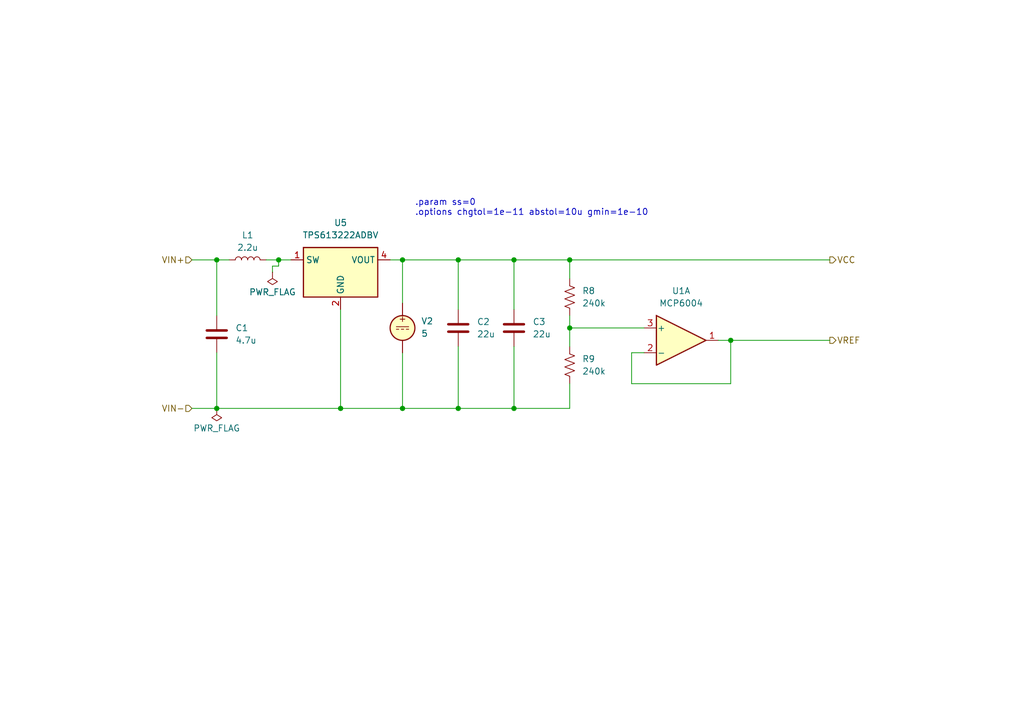
<source format=kicad_sch>
(kicad_sch (version 20250114) (generator "eeschema") (generator_version "9.0")
  (paper "A5")
  (title_block (title "EL223FP4L1") (date "2025-05-08") (rev "1") (company "Boles & Walker") (comment 1 "5V, 2.5V Rail Generator"))
  (lib_symbols
    (symbol "Amplifier_Operational:MCP6004" (pin_names (offset 0.127))
      (property "Reference" "U" (at 0 5.08 0))
      (property "Value" "MCP6004" (at 0 -5.08 0))
      (symbol "MCP6004_1_1"
        (polyline (pts (xy -5.08 5.08) (xy 5.08 0) (xy -5.08 -5.08) (xy -5.08 5.08)) (stroke (width 0.254)) (fill (type background)))
        (pin input line (at -7.62 2.54 0) (length 2.54) (name "+") (number "3"))
        (pin input line (at -7.62 -2.54 0) (length 2.54) (name "-") (number "2"))
        (pin output line (at 7.62 0 180) (length 2.54) (name "~") (number "1"))
      )
      (symbol "MCP6004_2_1"
        (polyline (pts (xy -5.08 5.08) (xy 5.08 0) (xy -5.08 -5.08) (xy -5.08 5.08)) (stroke (width 0.254)) (fill (type background)))
        (pin input line (at -7.62 2.54 0) (length 2.54) (name "+") (number "5"))
        (pin input line (at -7.62 -2.54 0) (length 2.54) (name "-") (number "6"))
        (pin output line (at 7.62 0 180) (length 2.54) (name "~") (number "7"))
      )
      (symbol "MCP6004_3_1"
        (polyline (pts (xy -5.08 5.08) (xy 5.08 0) (xy -5.08 -5.08) (xy -5.08 5.08)) (stroke (width 0.254)) (fill (type background)))
        (pin input line (at -7.62 2.54 0) (length 2.54) (name "+") (number "10"))
        (pin input line (at -7.62 -2.54 0) (length 2.54) (name "-") (number "9"))
        (pin output line (at 7.62 0 180) (length 2.54) (name "~") (number "8"))
      )
      (symbol "MCP6004_4_1"
        (polyline (pts (xy -5.08 5.08) (xy 5.08 0) (xy -5.08 -5.08) (xy -5.08 5.08)) (stroke (width 0.254)) (fill (type background)))
        (pin input line (at -7.62 2.54 0) (length 2.54) (name "+") (number "12"))
        (pin input line (at -7.62 -2.54 0) (length 2.54) (name "-") (number "13"))
        (pin output line (at 7.62 0 180) (length 2.54) (name "~") (number "14"))
      )
      (symbol "MCP6004_5_1"
        (pin power_in line (at -2.54 7.62 270) (length 3.81) (name "V+") (number "4"))
        (pin power_in line (at -2.54 -7.62 90) (length 3.81) (name "V-") (number "11"))
      )
    )
    (symbol "Device:C" (pin_numbers (hide yes)) (pin_names (offset 0.254))
      (property "Reference" "C" (at 0.635 2.54 0))
      (property "Value" "C" (at 0.635 -2.54 0))
      (symbol "C_0_1"
        (polyline (pts (xy -2.032 0.762) (xy 2.032 0.762)) (stroke (width 0.508)))
        (polyline (pts (xy -2.032 -0.762) (xy 2.032 -0.762)) (stroke (width 0.508)))
      )
      (symbol "C_1_1"
        (pin passive line (at 0 3.81 270) (length 2.794) (name "~") (number "1"))
        (pin passive line (at 0 -3.81 90) (length 2.794) (name "~") (number "2"))
      )
    )
    (symbol "Device:L" (pin_numbers (hide yes)) (pin_names (offset 1.016) (hide yes))
      (property "Reference" "L" (at -1.27 0 90))
      (property "Value" "L" (at 1.905 0 90))
      (symbol "L_0_1"
        (arc (start 0 2.54) (mid 0.6323 1.905) (end 0 1.27))
        (arc (start 0 1.27) (mid 0.6323 0.635) (end 0 0))
        (arc (start 0 0) (mid 0.6323 -0.635) (end 0 -1.27))
        (arc (start 0 -1.27) (mid 0.6323 -1.905) (end 0 -2.54))
      )
      (symbol "L_1_1"
        (pin passive line (at 0 3.81 270) (length 1.27) (name "1") (number "1"))
        (pin passive line (at 0 -3.81 90) (length 1.27) (name "2") (number "2"))
      )
    )
    (symbol "Device:R_US" (pin_numbers (hide yes)) (pin_names (offset 0))
      (property "Reference" "R" (at 2.54 0 90))
      (property "Value" "R_US" (at -2.54 0 90))
      (symbol "R_US_0_1"
        (polyline (pts (xy 0 2.286) (xy 0 2.54)))
        (polyline (pts (xy 0 2.286) (xy 1.016 1.905) (xy 0 1.524) (xy -1.016 1.143) (xy 0 0.762)))
        (polyline (pts (xy 0 0.762) (xy 1.016 0.381) (xy 0 0) (xy -1.016 -0.381) (xy 0 -0.762)))
        (polyline (pts (xy 0 -0.762) (xy 1.016 -1.143) (xy 0 -1.524) (xy -1.016 -1.905) (xy 0 -2.286)))
        (polyline (pts (xy 0 -2.286) (xy 0 -2.54)))
      )
      (symbol "R_US_1_1"
        (pin passive line (at 0 3.81 270) (length 1.27) (name "~") (number "1"))
        (pin passive line (at 0 -3.81 90) (length 1.27) (name "~") (number "2"))
      )
    )
    (symbol "Regulator_Switching:TPS613222ADBV"
      (property "Reference" "U" (at -7.62 6.35 0))
      (property "Value" "TPS613222ADBV" (at 2.54 6.35 0))
      (symbol "TPS613222ADBV_0_1"
        (rectangle (start -7.62 5.08) (end 7.62 -5.08) (stroke (width 0.254)) (fill (type background)))
      )
      (symbol "TPS613222ADBV_1_1"
        (pin power_in line (at -10.16 2.54 0) (length 2.54) (name "SW") (number "1"))
        (pin no_connect line (at -7.62 -2.54 0) (length 2.54) (hide yes) (name "NC") (number "3"))
        (pin power_in line (at 0 -7.62 90) (length 2.54) (name "GND") (number "2"))
        (pin no_connect line (at 7.62 -2.54 180) (length 2.54) (hide yes) (name "NC") (number "5"))
        (pin power_out line (at 10.16 2.54 180) (length 2.54) (name "VOUT") (number "4"))
      )
    )
    (symbol "Simulation_SPICE:VDC" (pin_numbers (hide yes)) (pin_names (offset 0.0254))
      (property "Reference" "V" (at 2.54 2.54 0))
      (property "Value" "1" (at 2.54 0 0))
      (symbol "VDC_0_0"
        (polyline (pts (xy -1.27 0.254) (xy 1.27 0.254)))
        (polyline (pts (xy -0.762 -0.254) (xy -1.27 -0.254)))
        (polyline (pts (xy 0.254 -0.254) (xy -0.254 -0.254)))
        (polyline (pts (xy 1.27 -0.254) (xy 0.762 -0.254)))
        (text "+" (at 0 1.905 0) (effects (font (size 1.27 1.27))))
      )
      (symbol "VDC_0_1"
        (circle (center 0 0) (radius 2.54) (stroke (width 0.254)) (fill (type background)))
      )
      (symbol "VDC_1_1"
        (pin passive line (at 0 5.08 270) (length 2.54) (name "~") (number "1"))
        (pin passive line (at 0 -5.08 90) (length 2.54) (name "~") (number "2"))
      )
    )
    (symbol "power:PWR_FLAG" (power) (pin_numbers (hide yes)) (pin_names (offset 0) (hide yes))
      (property "Value" "PWR_FLAG" (at 0 3.81 0))
      (symbol "PWR_FLAG_0_0"
        (pin power_out line (at 0 0 90) (length 0) (name "~") (number "1"))
      )
      (symbol "PWR_FLAG_0_1"
        (polyline (pts (xy 0 0) (xy 0 1.27) (xy -1.016 1.905) (xy 0 2.54) (xy 1.016 1.905) (xy 0 1.27)))
      )
    )
  )
  (text ".param ss=0\n.options chgtol=1e-11 abstol=10u gmin=1e-10" (at 85.09 42.672 0) (effects (font (size 1.27 1.27)) (justify left)))
  (junction (at 82.55 53.34))
  (junction (at 105.41 83.82))
  (junction (at 44.45 53.34))
  (junction (at 93.98 53.34))
  (junction (at 116.84 67.31))
  (junction (at 57.15 53.34))
  (junction (at 149.86 69.85))
  (junction (at 93.98 83.82))
  (junction (at 116.84 53.34))
  (junction (at 69.85 83.82))
  (junction (at 44.45 83.82))
  (junction (at 105.41 53.34))
  (junction (at 82.55 83.82))
  (wire (pts (xy 57.15 54.61) (xy 57.15 53.34)))
  (wire (pts (xy 147.32 69.85) (xy 149.86 69.85)))
  (wire (pts (xy 46.99 53.34) (xy 44.45 53.34)))
  (wire (pts (xy 44.45 83.82) (xy 39.37 83.82)))
  (wire (pts (xy 44.45 72.39) (xy 44.45 83.82)))
  (wire (pts (xy 93.98 53.34) (xy 105.41 53.34)))
  (wire (pts (xy 105.41 53.34) (xy 116.84 53.34)))
  (wire (pts (xy 80.01 53.34) (xy 82.55 53.34)))
  (wire (pts (xy 116.84 67.31) (xy 116.84 71.12)))
  (wire (pts (xy 149.86 69.85) (xy 170.18 69.85)))
  (wire (pts (xy 116.84 53.34) (xy 116.84 57.15)))
  (wire (pts (xy 116.84 53.34) (xy 170.18 53.34)))
  (wire (pts (xy 82.55 53.34) (xy 93.98 53.34)))
  (wire (pts (xy 149.86 69.85) (xy 149.86 78.74)))
  (wire (pts (xy 54.61 53.34) (xy 57.15 53.34)))
  (wire (pts (xy 82.55 72.39) (xy 82.55 83.82)))
  (wire (pts (xy 82.55 53.34) (xy 82.55 62.23)))
  (wire (pts (xy 105.41 53.34) (xy 105.41 63.5)))
  (wire (pts (xy 116.84 67.31) (xy 132.08 67.31)))
  (wire (pts (xy 116.84 78.74) (xy 116.84 83.82)))
  (wire (pts (xy 55.88 55.88) (xy 55.88 54.61)))
  (wire (pts (xy 57.15 53.34) (xy 59.69 53.34)))
  (wire (pts (xy 105.41 83.82) (xy 116.84 83.82)))
  (wire (pts (xy 116.84 64.77) (xy 116.84 67.31)))
  (wire (pts (xy 129.54 78.74) (xy 129.54 72.39)))
  (wire (pts (xy 39.37 53.34) (xy 44.45 53.34)))
  (wire (pts (xy 44.45 53.34) (xy 44.45 64.77)))
  (wire (pts (xy 69.85 83.82) (xy 82.55 83.82)))
  (wire (pts (xy 93.98 83.82) (xy 105.41 83.82)))
  (wire (pts (xy 82.55 83.82) (xy 93.98 83.82)))
  (wire (pts (xy 44.45 83.82) (xy 69.85 83.82)))
  (wire (pts (xy 55.88 54.61) (xy 57.15 54.61)))
  (wire (pts (xy 69.85 63.5) (xy 69.85 83.82)))
  (wire (pts (xy 129.54 72.39) (xy 132.08 72.39)))
  (wire (pts (xy 93.98 53.34) (xy 93.98 63.5)))
  (wire (pts (xy 105.41 71.12) (xy 105.41 83.82)))
  (wire (pts (xy 149.86 78.74) (xy 129.54 78.74)))
  (wire (pts (xy 93.98 71.12) (xy 93.98 83.82)))
  (hierarchical_label "VIN+" (shape input) (at 39.37 53.34 180))
  (hierarchical_label "VIN-" (shape input) (at 39.37 83.82 180))
  (hierarchical_label "VREF" (shape output) (at 170.18 69.85 0))
  (hierarchical_label "VCC" (shape output) (at 170.18 53.34 0))
  (symbol (lib_id "Amplifier_Operational:MCP6004") (at 139.7 69.85 0) (unit 1)
    (property "Reference" "U1" (at 139.7 59.69 0))
    (property "Value" "MCP6004" (at 139.7 62.23 0))
    (property "Footprint" "Package_SO:SOIC-14_3.9x8.7mm_P1.27mm" (effects (hide yes)))
    (property "Datasheet" "https://ww1.microchip.com/downloads/aemDocuments/documents/MSLD/ProductDocuments/DataSheets/MCP6001-1R-1U-2-4-1-MHz-Low-Power-Op-Amp-DS20001733L.pdf" (effects (hide yes)))
    (property "Description" "1MHz, Low-Power Op Amp, DIP-14/SOIC-14/TSSOP-14" (effects (hide yes)))
    (property "Sim.Library" "MCP6001.lib" (effects (hide yes)))
    (property "Sim.Name" "MCP6004" (effects (hide yes)))
    (property "Sim.Device" "SUBCKT" (effects (hide yes)))
    (property "Sim.Pins" "1=OUTA 2=A- 3=A+ 4=VDD 5=B+ 6=B- 7=OUTB 8=OUTC 9=C- 10=C+ 11=VSS 12=D+ 13=D- 14=OUTD" (effects (hide yes)))
    (property "Part" "MCP6004-I/SL" (effects (hide yes)))
  )
  (symbol (lib_id "power:PWR_FLAG") (at 55.88 55.88 180) (unit 1)
    (property "Reference" "#FLG02" (effects (hide yes)))
    (property "Value" "PWR_FLAG" (at 55.88 59.944 0))
    (property "Description" "Special symbol for telling ERC where power comes from" (effects (hide yes)))
  )
  (symbol (lib_id "Device:R_US") (at 116.84 74.93 0) (unit 1)
    (property "Reference" "R9" (at 119.38 73.6599 0) (effects (justify left)))
    (property "Value" "240k" (at 119.38 76.1999 0) (effects (justify left)))
    (property "Footprint" "Resistor_SMD:R_0805_2012Metric_Pad1.20x1.40mm_HandSolder" (effects (hide yes)))
    (property "Description" "Resistor, US symbol" (effects (hide yes)))
  )
  (symbol (lib_id "Device:L") (at 50.8 53.34 270) (mirror x) (unit 1)
    (property "Reference" "L1" (at 50.8 48.26 90))
    (property "Value" "2.2u" (at 50.8 50.8 90))
    (property "Footprint" "Inductor_SMD:L_0805_2012Metric_Pad1.05x1.20mm_HandSolder" (effects (hide yes)))
    (property "Datasheet" "https://product.tdk.com/system/files/dam/doc/product/inductor/inductor/smd/catalog/inductor_commercial_decoupling_mlz2012_en.pdf" (effects (hide yes)))
    (property "Description" "Inductor" (effects (hide yes)))
    (property "Sim.Device" "SUBCKT" (effects (hide yes)))
    (property "Sim.Pins" "1=port1 2=port2" (effects (hide yes)))
    (property "Sim.Library" "DFE201612E-2R2M.mod" (effects (hide yes)))
    (property "Sim.Name" "DFE201612E-2R2M" (effects (hide yes)))
    (property "Part" "MLZ2012N2R2LT000" (effects (hide yes)))
  )
  (symbol (lib_id "Device:C") (at 105.41 67.31 0) (unit 1)
    (property "Reference" "C3" (at 109.22 66.0399 0) (effects (justify left)))
    (property "Value" "22u" (at 109.22 68.5799 0) (effects (justify left)))
    (property "Footprint" "Capacitor_SMD:C_0805_2012Metric_Pad1.18x1.45mm_HandSolder" (effects (hide yes)))
    (property "Datasheet" "https://static6.arrow.com/aropdfconversion/21199a74879199a3d8ef73fe7d9ef4f54e42a05d/cx5rkgm.pdf" (effects (hide yes)))
    (property "Description" "Unpolarized capacitor" (effects (hide yes)))
    (property "Sim.Device" "SUBCKT" (effects (hide yes)))
    (property "Sim.Pins" "1=+ 2=-" (effects (hide yes)))
    (property "Sim.Library" "RC.lib" (effects (hide yes)))
    (property "Sim.Name" "RC" (effects (hide yes)))
    (property "Part" "KGM21AR50J226KU" (effects (hide yes)))
  )
  (symbol (lib_id "Device:C") (at 93.98 67.31 0) (unit 1)
    (property "Reference" "C2" (at 97.79 66.0399 0) (effects (justify left)))
    (property "Value" "22u" (at 97.79 68.5799 0) (effects (justify left)))
    (property "Footprint" "Capacitor_SMD:C_0805_2012Metric_Pad1.18x1.45mm_HandSolder" (effects (hide yes)))
    (property "Datasheet" "https://static6.arrow.com/aropdfconversion/21199a74879199a3d8ef73fe7d9ef4f54e42a05d/cx5rkgm.pdf" (effects (hide yes)))
    (property "Description" "Unpolarized capacitor" (effects (hide yes)))
    (property "Sim.Device" "SUBCKT" (effects (hide yes)))
    (property "Sim.Pins" "1=+ 2=-" (effects (hide yes)))
    (property "Sim.Library" "RC.lib" (effects (hide yes)))
    (property "Sim.Name" "RC" (effects (hide yes)))
    (property "Part" "KGM21AR50J226KU" (effects (hide yes)))
  )
  (symbol (lib_id "power:PWR_FLAG") (at 44.45 83.82 180) (unit 1)
    (property "Reference" "#FLG01" (effects (hide yes)))
    (property "Value" "PWR_FLAG" (at 44.45 87.884 0))
    (property "Description" "Special symbol for telling ERC where power comes from" (effects (hide yes)))
  )
  (symbol (lib_id "Device:C") (at 44.45 68.58 0) (unit 1)
    (property "Reference" "C1" (at 48.26 67.3099 0) (effects (justify left)))
    (property "Value" "4.7u" (at 48.26 69.8499 0) (effects (justify left)))
    (property "Footprint" "Capacitor_SMD:C_0805_2012Metric_Pad1.18x1.45mm_HandSolder" (effects (hide yes)))
    (property "Description" "Unpolarized capacitor" (effects (hide yes)))
  )
  (symbol (lib_id "Device:R_US") (at 116.84 60.96 0) (unit 1)
    (property "Reference" "R8" (at 119.38 59.6899 0) (effects (justify left)))
    (property "Value" "240k" (at 119.38 62.2299 0) (effects (justify left)))
    (property "Footprint" "Resistor_SMD:R_0805_2012Metric_Pad1.20x1.40mm_HandSolder" (effects (hide yes)))
    (property "Description" "Resistor, US symbol" (effects (hide yes)))
  )
  (symbol (lib_id "Regulator_Switching:TPS613222ADBV") (at 69.85 55.88 0) (unit 1) (exclude_from_sim yes)
    (property "Reference" "U5" (at 69.85 45.72 0))
    (property "Value" "TPS613222ADBV" (at 69.85 48.26 0))
    (property "Footprint" "Package_TO_SOT_SMD:SOT-23-5_HandSoldering" (effects (hide yes)))
    (property "Datasheet" "http://www.ti.com/lit/ds/symlink/tps61322.pdf" (effects (hide yes)))
    (property "Description" "1.8A Step-Up Converter, 5V Output Voltage, 0.9-5.5V Input Voltage, SOT-23-5" (effects (hide yes)))
    (property "Sim.Library" "tps613222A_trans.lib" (effects (hide yes)))
    (property "Sim.Name" "TPS613222A_TRANS" (effects (hide yes)))
    (property "Sim.Device" "SUBCKT" (effects (hide yes)))
    (property "Sim.Pins" "1=SW 2=GND 4=VOUT" (effects (hide yes)))
    (property "Part" "TPS613222ADBVT" (effects (hide yes)))
  )
  (symbol (lib_id "Simulation_SPICE:VDC") (at 82.55 67.31 0) (unit 1) (in_bom no) (on_board no)
    (property "Reference" "V2" (at 86.36 65.9101 0) (effects (justify left)))
    (property "Value" "5" (at 86.36 68.4501 0) (effects (justify left)))
    (property "Datasheet" "https://ngspice.sourceforge.io/docs/ngspice-html-manual/manual.xhtml#sec_Independent_Sources_for" (effects (hide yes)))
    (property "Description" "Voltage source, DC" (effects (hide yes)))
    (property "Sim.Pins" "1=+ 2=-" (effects (hide yes)))
    (property "Sim.Type" "DC" (effects (hide yes)))
    (property "Sim.Device" "V" (effects (hide yes)))
  )
)
</source>
